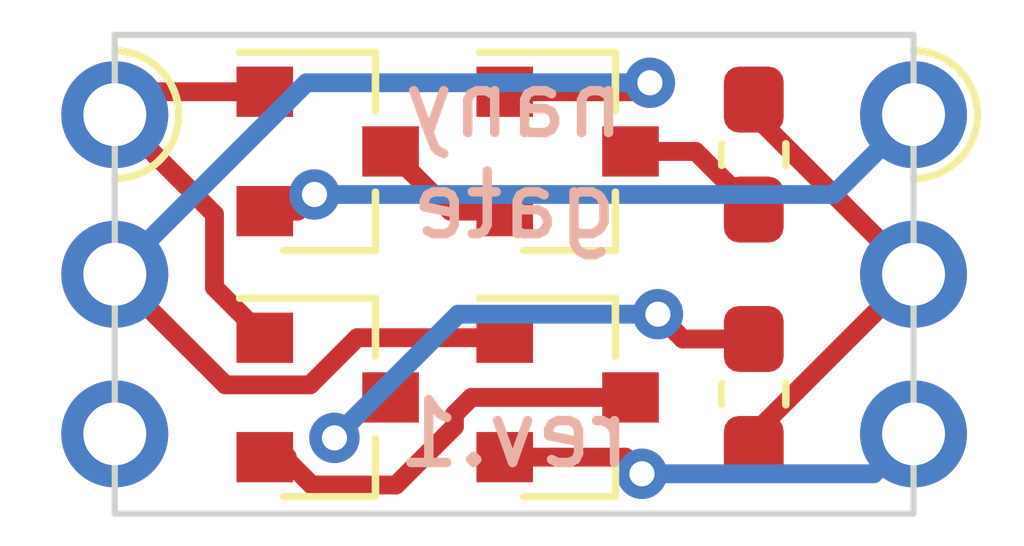
<source format=kicad_pcb>
(kicad_pcb (version 20171130) (host pcbnew 5.1.6)

  (general
    (thickness 1.6)
    (drawings 6)
    (tracks 53)
    (zones 0)
    (modules 8)
    (nets 11)
  )

  (page A4)
  (layers
    (0 F.Cu signal)
    (31 B.Cu signal)
    (32 B.Adhes user)
    (33 F.Adhes user)
    (34 B.Paste user)
    (35 F.Paste user)
    (36 B.SilkS user)
    (37 F.SilkS user)
    (38 B.Mask user)
    (39 F.Mask user)
    (40 Dwgs.User user)
    (41 Cmts.User user)
    (42 Eco1.User user)
    (43 Eco2.User user)
    (44 Edge.Cuts user)
    (45 Margin user)
    (46 B.CrtYd user hide)
    (47 F.CrtYd user)
    (48 B.Fab user)
    (49 F.Fab user hide)
  )

  (setup
    (last_trace_width 0.3)
    (user_trace_width 0.3)
    (trace_clearance 0.2)
    (zone_clearance 0.508)
    (zone_45_only no)
    (trace_min 0.2)
    (via_size 0.8)
    (via_drill 0.4)
    (via_min_size 0.4)
    (via_min_drill 0.3)
    (uvia_size 0.3)
    (uvia_drill 0.1)
    (uvias_allowed no)
    (uvia_min_size 0.2)
    (uvia_min_drill 0.1)
    (edge_width 0.05)
    (segment_width 0.2)
    (pcb_text_width 0.3)
    (pcb_text_size 1.5 1.5)
    (mod_edge_width 0.12)
    (mod_text_size 1 1)
    (mod_text_width 0.15)
    (pad_size 1.524 1.524)
    (pad_drill 0.762)
    (pad_to_mask_clearance 0.05)
    (aux_axis_origin 0 0)
    (visible_elements FFFFFF7F)
    (pcbplotparams
      (layerselection 0x010fc_ffffffff)
      (usegerberextensions false)
      (usegerberattributes true)
      (usegerberadvancedattributes true)
      (creategerberjobfile true)
      (excludeedgelayer true)
      (linewidth 0.100000)
      (plotframeref false)
      (viasonmask false)
      (mode 1)
      (useauxorigin false)
      (hpglpennumber 1)
      (hpglpenspeed 20)
      (hpglpendiameter 15.000000)
      (psnegative false)
      (psa4output false)
      (plotreference true)
      (plotvalue true)
      (plotinvisibletext false)
      (padsonsilk false)
      (subtractmaskfromsilk false)
      (outputformat 1)
      (mirror false)
      (drillshape 0)
      (scaleselection 1)
      (outputdirectory ""))
  )

  (net 0 "")
  (net 1 Vss)
  (net 2 Out)
  (net 3 B)
  (net 4 Vdd)
  (net 5 A)
  (net 6 "Net-(Q3-Pad3)")
  (net 7 "Net-(Q3-Pad2)")
  (net 8 "Net-(J1-Pad3)")
  (net 9 "Net-(Q1-Pad3)")
  (net 10 "Net-(Q2-Pad3)")

  (net_class Default "This is the default net class."
    (clearance 0.2)
    (trace_width 0.25)
    (via_dia 0.8)
    (via_drill 0.4)
    (uvia_dia 0.3)
    (uvia_drill 0.1)
    (add_net A)
    (add_net B)
    (add_net "Net-(J1-Pad3)")
    (add_net "Net-(Q1-Pad3)")
    (add_net "Net-(Q2-Pad3)")
    (add_net "Net-(Q3-Pad2)")
    (add_net "Net-(Q3-Pad3)")
    (add_net Out)
    (add_net Vdd)
    (add_net Vss)
  )

  (module Package_TO_SOT_SMD:SOT-23 (layer F.Cu) (tedit 5A02FF57) (tstamp 5FE25C6E)
    (at 101.81 50.75)
    (descr "SOT-23, Standard")
    (tags SOT-23)
    (path /5FDEED31)
    (attr smd)
    (fp_text reference Q1 (at 0 -2.5) (layer F.SilkS) hide
      (effects (font (size 1 1) (thickness 0.15)))
    )
    (fp_text value BSS84 (at 0 2.5) (layer F.Fab)
      (effects (font (size 1 1) (thickness 0.15)))
    )
    (fp_line (start 0.76 1.58) (end -0.7 1.58) (layer F.SilkS) (width 0.12))
    (fp_line (start 0.76 -1.58) (end -1.4 -1.58) (layer F.SilkS) (width 0.12))
    (fp_line (start -1.7 1.75) (end -1.7 -1.75) (layer F.CrtYd) (width 0.05))
    (fp_line (start 1.7 1.75) (end -1.7 1.75) (layer F.CrtYd) (width 0.05))
    (fp_line (start 1.7 -1.75) (end 1.7 1.75) (layer F.CrtYd) (width 0.05))
    (fp_line (start -1.7 -1.75) (end 1.7 -1.75) (layer F.CrtYd) (width 0.05))
    (fp_line (start 0.76 -1.58) (end 0.76 -0.65) (layer F.SilkS) (width 0.12))
    (fp_line (start 0.76 1.58) (end 0.76 0.65) (layer F.SilkS) (width 0.12))
    (fp_line (start -0.7 1.52) (end 0.7 1.52) (layer F.Fab) (width 0.1))
    (fp_line (start 0.7 -1.52) (end 0.7 1.52) (layer F.Fab) (width 0.1))
    (fp_line (start -0.7 -0.95) (end -0.15 -1.52) (layer F.Fab) (width 0.1))
    (fp_line (start -0.15 -1.52) (end 0.7 -1.52) (layer F.Fab) (width 0.1))
    (fp_line (start -0.7 -0.95) (end -0.7 1.5) (layer F.Fab) (width 0.1))
    (fp_text user %R (at 0 0 90) (layer F.Fab)
      (effects (font (size 0.5 0.5) (thickness 0.075)))
    )
    (pad 3 smd rect (at 1 0) (size 0.9 0.8) (layers F.Cu F.Paste F.Mask)
      (net 9 "Net-(Q1-Pad3)"))
    (pad 2 smd rect (at -1 0.95) (size 0.9 0.8) (layers F.Cu F.Paste F.Mask)
      (net 4 Vdd))
    (pad 1 smd rect (at -1 -0.95) (size 0.9 0.8) (layers F.Cu F.Paste F.Mask)
      (net 5 A))
    (model ${KISYS3DMOD}/Package_TO_SOT_SMD.3dshapes/SOT-23.wrl
      (at (xyz 0 0 0))
      (scale (xyz 1 1 1))
      (rotate (xyz 0 0 0))
    )
  )

  (module Resistor_SMD:R_0603_1608Metric_Pad1.05x0.95mm_HandSolder (layer F.Cu) (tedit 5B301BBD) (tstamp 5FE25CCF)
    (at 108.585 54.61 90)
    (descr "Resistor SMD 0603 (1608 Metric), square (rectangular) end terminal, IPC_7351 nominal with elongated pad for handsoldering. (Body size source: http://www.tortai-tech.com/upload/download/2011102023233369053.pdf), generated with kicad-footprint-generator")
    (tags "resistor handsolder")
    (path /5FDF3BDC)
    (attr smd)
    (fp_text reference R2 (at 0 -1.43 90) (layer F.SilkS) hide
      (effects (font (size 1 1) (thickness 0.15)))
    )
    (fp_text value 12k (at 0 1.43 90) (layer F.Fab)
      (effects (font (size 1 1) (thickness 0.15)))
    )
    (fp_line (start 1.65 0.73) (end -1.65 0.73) (layer F.CrtYd) (width 0.05))
    (fp_line (start 1.65 -0.73) (end 1.65 0.73) (layer F.CrtYd) (width 0.05))
    (fp_line (start -1.65 -0.73) (end 1.65 -0.73) (layer F.CrtYd) (width 0.05))
    (fp_line (start -1.65 0.73) (end -1.65 -0.73) (layer F.CrtYd) (width 0.05))
    (fp_line (start -0.171267 0.51) (end 0.171267 0.51) (layer F.SilkS) (width 0.12))
    (fp_line (start -0.171267 -0.51) (end 0.171267 -0.51) (layer F.SilkS) (width 0.12))
    (fp_line (start 0.8 0.4) (end -0.8 0.4) (layer F.Fab) (width 0.1))
    (fp_line (start 0.8 -0.4) (end 0.8 0.4) (layer F.Fab) (width 0.1))
    (fp_line (start -0.8 -0.4) (end 0.8 -0.4) (layer F.Fab) (width 0.1))
    (fp_line (start -0.8 0.4) (end -0.8 -0.4) (layer F.Fab) (width 0.1))
    (fp_text user %R (at 0 0 90) (layer F.Fab)
      (effects (font (size 0.4 0.4) (thickness 0.06)))
    )
    (pad 2 smd roundrect (at 0.875 0 90) (size 1.05 0.95) (layers F.Cu F.Paste F.Mask) (roundrect_rratio 0.25)
      (net 6 "Net-(Q3-Pad3)"))
    (pad 1 smd roundrect (at -0.875 0 90) (size 1.05 0.95) (layers F.Cu F.Paste F.Mask) (roundrect_rratio 0.25)
      (net 2 Out))
    (model ${KISYS3DMOD}/Resistor_SMD.3dshapes/R_0603_1608Metric.wrl
      (at (xyz 0 0 0))
      (scale (xyz 1 1 1))
      (rotate (xyz 0 0 0))
    )
  )

  (module Resistor_SMD:R_0603_1608Metric_Pad1.05x0.95mm_HandSolder (layer F.Cu) (tedit 5B301BBD) (tstamp 5FE25CBE)
    (at 108.585 50.8 90)
    (descr "Resistor SMD 0603 (1608 Metric), square (rectangular) end terminal, IPC_7351 nominal with elongated pad for handsoldering. (Body size source: http://www.tortai-tech.com/upload/download/2011102023233369053.pdf), generated with kicad-footprint-generator")
    (tags "resistor handsolder")
    (path /5FDF21BA)
    (attr smd)
    (fp_text reference R1 (at 0 -1.43 90) (layer F.SilkS) hide
      (effects (font (size 1 1) (thickness 0.15)))
    )
    (fp_text value 12k (at 0 1.43 90) (layer F.Fab)
      (effects (font (size 1 1) (thickness 0.15)))
    )
    (fp_line (start 1.65 0.73) (end -1.65 0.73) (layer F.CrtYd) (width 0.05))
    (fp_line (start 1.65 -0.73) (end 1.65 0.73) (layer F.CrtYd) (width 0.05))
    (fp_line (start -1.65 -0.73) (end 1.65 -0.73) (layer F.CrtYd) (width 0.05))
    (fp_line (start -1.65 0.73) (end -1.65 -0.73) (layer F.CrtYd) (width 0.05))
    (fp_line (start -0.171267 0.51) (end 0.171267 0.51) (layer F.SilkS) (width 0.12))
    (fp_line (start -0.171267 -0.51) (end 0.171267 -0.51) (layer F.SilkS) (width 0.12))
    (fp_line (start 0.8 0.4) (end -0.8 0.4) (layer F.Fab) (width 0.1))
    (fp_line (start 0.8 -0.4) (end 0.8 0.4) (layer F.Fab) (width 0.1))
    (fp_line (start -0.8 -0.4) (end 0.8 -0.4) (layer F.Fab) (width 0.1))
    (fp_line (start -0.8 0.4) (end -0.8 -0.4) (layer F.Fab) (width 0.1))
    (fp_text user %R (at 0 0 90) (layer F.Fab)
      (effects (font (size 0.4 0.4) (thickness 0.06)))
    )
    (pad 2 smd roundrect (at 0.875 0 90) (size 1.05 0.95) (layers F.Cu F.Paste F.Mask) (roundrect_rratio 0.25)
      (net 2 Out))
    (pad 1 smd roundrect (at -0.875 0 90) (size 1.05 0.95) (layers F.Cu F.Paste F.Mask) (roundrect_rratio 0.25)
      (net 10 "Net-(Q2-Pad3)"))
    (model ${KISYS3DMOD}/Resistor_SMD.3dshapes/R_0603_1608Metric.wrl
      (at (xyz 0 0 0))
      (scale (xyz 1 1 1))
      (rotate (xyz 0 0 0))
    )
  )

  (module Package_TO_SOT_SMD:SOT-23 (layer F.Cu) (tedit 5A02FF57) (tstamp 5FE25CAD)
    (at 105.625 54.665)
    (descr "SOT-23, Standard")
    (tags SOT-23)
    (path /5FDF9392)
    (attr smd)
    (fp_text reference Q4 (at 0 -2.5) (layer F.SilkS) hide
      (effects (font (size 1 1) (thickness 0.15)))
    )
    (fp_text value 2N7002 (at 0 2.5) (layer F.Fab)
      (effects (font (size 1 1) (thickness 0.15)))
    )
    (fp_line (start -0.7 -0.95) (end -0.7 1.5) (layer F.Fab) (width 0.1))
    (fp_line (start -0.15 -1.52) (end 0.7 -1.52) (layer F.Fab) (width 0.1))
    (fp_line (start -0.7 -0.95) (end -0.15 -1.52) (layer F.Fab) (width 0.1))
    (fp_line (start 0.7 -1.52) (end 0.7 1.52) (layer F.Fab) (width 0.1))
    (fp_line (start -0.7 1.52) (end 0.7 1.52) (layer F.Fab) (width 0.1))
    (fp_line (start 0.76 1.58) (end 0.76 0.65) (layer F.SilkS) (width 0.12))
    (fp_line (start 0.76 -1.58) (end 0.76 -0.65) (layer F.SilkS) (width 0.12))
    (fp_line (start -1.7 -1.75) (end 1.7 -1.75) (layer F.CrtYd) (width 0.05))
    (fp_line (start 1.7 -1.75) (end 1.7 1.75) (layer F.CrtYd) (width 0.05))
    (fp_line (start 1.7 1.75) (end -1.7 1.75) (layer F.CrtYd) (width 0.05))
    (fp_line (start -1.7 1.75) (end -1.7 -1.75) (layer F.CrtYd) (width 0.05))
    (fp_line (start 0.76 -1.58) (end -1.4 -1.58) (layer F.SilkS) (width 0.12))
    (fp_line (start 0.76 1.58) (end -0.7 1.58) (layer F.SilkS) (width 0.12))
    (fp_text user %R (at 0 0 90) (layer F.Fab)
      (effects (font (size 0.5 0.5) (thickness 0.075)))
    )
    (pad 1 smd rect (at -1 -0.95) (size 0.9 0.8) (layers F.Cu F.Paste F.Mask)
      (net 3 B))
    (pad 2 smd rect (at -1 0.95) (size 0.9 0.8) (layers F.Cu F.Paste F.Mask)
      (net 1 Vss))
    (pad 3 smd rect (at 1 0) (size 0.9 0.8) (layers F.Cu F.Paste F.Mask)
      (net 7 "Net-(Q3-Pad2)"))
    (model ${KISYS3DMOD}/Package_TO_SOT_SMD.3dshapes/SOT-23.wrl
      (at (xyz 0 0 0))
      (scale (xyz 1 1 1))
      (rotate (xyz 0 0 0))
    )
  )

  (module Package_TO_SOT_SMD:SOT-23 (layer F.Cu) (tedit 5A02FF57) (tstamp 5FE25C98)
    (at 101.81 54.665)
    (descr "SOT-23, Standard")
    (tags SOT-23)
    (path /5FDF3E31)
    (attr smd)
    (fp_text reference Q3 (at 0 -2.5) (layer F.SilkS) hide
      (effects (font (size 1 1) (thickness 0.15)))
    )
    (fp_text value 2N7002 (at 0 2.5) (layer F.Fab)
      (effects (font (size 1 1) (thickness 0.15)))
    )
    (fp_line (start 0.76 1.58) (end -0.7 1.58) (layer F.SilkS) (width 0.12))
    (fp_line (start 0.76 -1.58) (end -1.4 -1.58) (layer F.SilkS) (width 0.12))
    (fp_line (start -1.7 1.75) (end -1.7 -1.75) (layer F.CrtYd) (width 0.05))
    (fp_line (start 1.7 1.75) (end -1.7 1.75) (layer F.CrtYd) (width 0.05))
    (fp_line (start 1.7 -1.75) (end 1.7 1.75) (layer F.CrtYd) (width 0.05))
    (fp_line (start -1.7 -1.75) (end 1.7 -1.75) (layer F.CrtYd) (width 0.05))
    (fp_line (start 0.76 -1.58) (end 0.76 -0.65) (layer F.SilkS) (width 0.12))
    (fp_line (start 0.76 1.58) (end 0.76 0.65) (layer F.SilkS) (width 0.12))
    (fp_line (start -0.7 1.52) (end 0.7 1.52) (layer F.Fab) (width 0.1))
    (fp_line (start 0.7 -1.52) (end 0.7 1.52) (layer F.Fab) (width 0.1))
    (fp_line (start -0.7 -0.95) (end -0.15 -1.52) (layer F.Fab) (width 0.1))
    (fp_line (start -0.15 -1.52) (end 0.7 -1.52) (layer F.Fab) (width 0.1))
    (fp_line (start -0.7 -0.95) (end -0.7 1.5) (layer F.Fab) (width 0.1))
    (fp_text user %R (at 0 0 90) (layer F.Fab)
      (effects (font (size 0.5 0.5) (thickness 0.075)))
    )
    (pad 3 smd rect (at 1 0) (size 0.9 0.8) (layers F.Cu F.Paste F.Mask)
      (net 6 "Net-(Q3-Pad3)"))
    (pad 2 smd rect (at -1 0.95) (size 0.9 0.8) (layers F.Cu F.Paste F.Mask)
      (net 7 "Net-(Q3-Pad2)"))
    (pad 1 smd rect (at -1 -0.95) (size 0.9 0.8) (layers F.Cu F.Paste F.Mask)
      (net 5 A))
    (model ${KISYS3DMOD}/Package_TO_SOT_SMD.3dshapes/SOT-23.wrl
      (at (xyz 0 0 0))
      (scale (xyz 1 1 1))
      (rotate (xyz 0 0 0))
    )
  )

  (module Package_TO_SOT_SMD:SOT-23 (layer F.Cu) (tedit 5A02FF57) (tstamp 5FE25C83)
    (at 105.625 50.75)
    (descr "SOT-23, Standard")
    (tags SOT-23)
    (path /5FDEF878)
    (attr smd)
    (fp_text reference Q2 (at 0 -2.5) (layer F.SilkS) hide
      (effects (font (size 1 1) (thickness 0.15)))
    )
    (fp_text value BSS84 (at 0 2.5) (layer F.Fab)
      (effects (font (size 1 1) (thickness 0.15)))
    )
    (fp_line (start -0.7 -0.95) (end -0.7 1.5) (layer F.Fab) (width 0.1))
    (fp_line (start -0.15 -1.52) (end 0.7 -1.52) (layer F.Fab) (width 0.1))
    (fp_line (start -0.7 -0.95) (end -0.15 -1.52) (layer F.Fab) (width 0.1))
    (fp_line (start 0.7 -1.52) (end 0.7 1.52) (layer F.Fab) (width 0.1))
    (fp_line (start -0.7 1.52) (end 0.7 1.52) (layer F.Fab) (width 0.1))
    (fp_line (start 0.76 1.58) (end 0.76 0.65) (layer F.SilkS) (width 0.12))
    (fp_line (start 0.76 -1.58) (end 0.76 -0.65) (layer F.SilkS) (width 0.12))
    (fp_line (start -1.7 -1.75) (end 1.7 -1.75) (layer F.CrtYd) (width 0.05))
    (fp_line (start 1.7 -1.75) (end 1.7 1.75) (layer F.CrtYd) (width 0.05))
    (fp_line (start 1.7 1.75) (end -1.7 1.75) (layer F.CrtYd) (width 0.05))
    (fp_line (start -1.7 1.75) (end -1.7 -1.75) (layer F.CrtYd) (width 0.05))
    (fp_line (start 0.76 -1.58) (end -1.4 -1.58) (layer F.SilkS) (width 0.12))
    (fp_line (start 0.76 1.58) (end -0.7 1.58) (layer F.SilkS) (width 0.12))
    (fp_text user %R (at 0 0 90) (layer F.Fab)
      (effects (font (size 0.5 0.5) (thickness 0.075)))
    )
    (pad 1 smd rect (at -1 -0.95) (size 0.9 0.8) (layers F.Cu F.Paste F.Mask)
      (net 3 B))
    (pad 2 smd rect (at -1 0.95) (size 0.9 0.8) (layers F.Cu F.Paste F.Mask)
      (net 9 "Net-(Q1-Pad3)"))
    (pad 3 smd rect (at 1 0) (size 0.9 0.8) (layers F.Cu F.Paste F.Mask)
      (net 10 "Net-(Q2-Pad3)"))
    (model ${KISYS3DMOD}/Package_TO_SOT_SMD.3dshapes/SOT-23.wrl
      (at (xyz 0 0 0))
      (scale (xyz 1 1 1))
      (rotate (xyz 0 0 0))
    )
  )

  (module Castellation:Edge_Castellation_1x03_P2.54 (layer F.Cu) (tedit 5FE23D9F) (tstamp 5FE25C59)
    (at 111.125 50.165)
    (descr "Edge Castellation, 1x03, 2.54mm pitch, single row")
    (tags "Castellation Edge 1x03 2.54mm single row")
    (path /5FE33D7E)
    (fp_text reference J2 (at 0 -2.54) (layer F.SilkS) hide
      (effects (font (size 1 1) (thickness 0.15)))
    )
    (fp_text value Conn_01x03 (at 0 7.85) (layer F.Fab)
      (effects (font (size 1 1) (thickness 0.15)))
    )
    (fp_line (start -1.27 -1.27) (end 0.635 -1.27) (layer F.Fab) (width 0.1))
    (fp_line (start 0.635 -1.27) (end 1.27 -0.635) (layer F.Fab) (width 0.1))
    (fp_line (start 1.27 -0.635) (end 1.27 6.35) (layer F.Fab) (width 0.1))
    (fp_line (start 1.27 6.35) (end -1.27 6.35) (layer F.Fab) (width 0.1))
    (fp_line (start -1.27 6.35) (end -1.27 -1.27) (layer F.Fab) (width 0.1))
    (fp_line (start -1.8 -1.8) (end 1.75 -1.8) (layer F.CrtYd) (width 0.05))
    (fp_line (start 1.75 -1.8) (end 1.75 6.85) (layer F.CrtYd) (width 0.05))
    (fp_line (start 1.75 6.85) (end -1.8 6.85) (layer F.CrtYd) (width 0.05))
    (fp_line (start -1.8 6.85) (end -1.8 -1.8) (layer F.CrtYd) (width 0.05))
    (fp_text user %R (at 0 2.54 90) (layer F.Fab)
      (effects (font (size 1 1) (thickness 0.15)))
    )
    (fp_arc (start 0 0) (end 0 1.016) (angle -180) (layer F.SilkS) (width 0.12))
    (pad 1 thru_hole oval (at 0 0) (size 1.7 1.7) (drill 1) (layers *.Cu *.Mask)
      (net 4 Vdd))
    (pad 2 thru_hole oval (at 0 2.54) (size 1.7 1.7) (drill 1) (layers *.Cu *.Mask)
      (net 2 Out))
    (pad 3 thru_hole oval (at 0 5.08) (size 1.7 1.7) (drill 1) (layers *.Cu *.Mask)
      (net 1 Vss))
  )

  (module Castellation:Edge_Castellation_1x03_P2.54 (layer F.Cu) (tedit 5FE23D9F) (tstamp 5FE25C47)
    (at 98.425 50.165)
    (descr "Edge Castellation, 1x03, 2.54mm pitch, single row")
    (tags "Castellation Edge 1x03 2.54mm single row")
    (path /5FE32560)
    (fp_text reference J1 (at 0 -2.54) (layer F.SilkS) hide
      (effects (font (size 1 1) (thickness 0.15)))
    )
    (fp_text value Conn_01x03 (at 0 7.85) (layer F.Fab)
      (effects (font (size 1 1) (thickness 0.15)))
    )
    (fp_line (start -1.27 -1.27) (end 0.635 -1.27) (layer F.Fab) (width 0.1))
    (fp_line (start 0.635 -1.27) (end 1.27 -0.635) (layer F.Fab) (width 0.1))
    (fp_line (start 1.27 -0.635) (end 1.27 6.35) (layer F.Fab) (width 0.1))
    (fp_line (start 1.27 6.35) (end -1.27 6.35) (layer F.Fab) (width 0.1))
    (fp_line (start -1.27 6.35) (end -1.27 -1.27) (layer F.Fab) (width 0.1))
    (fp_line (start -1.8 -1.8) (end 1.75 -1.8) (layer F.CrtYd) (width 0.05))
    (fp_line (start 1.75 -1.8) (end 1.75 6.85) (layer F.CrtYd) (width 0.05))
    (fp_line (start 1.75 6.85) (end -1.8 6.85) (layer F.CrtYd) (width 0.05))
    (fp_line (start -1.8 6.85) (end -1.8 -1.8) (layer F.CrtYd) (width 0.05))
    (fp_text user %R (at 0 2.54 90) (layer F.Fab)
      (effects (font (size 1 1) (thickness 0.15)))
    )
    (fp_arc (start 0 0) (end 0 1.016) (angle -180) (layer F.SilkS) (width 0.12))
    (pad 1 thru_hole oval (at 0 0) (size 1.7 1.7) (drill 1) (layers *.Cu *.Mask)
      (net 5 A))
    (pad 2 thru_hole oval (at 0 2.54) (size 1.7 1.7) (drill 1) (layers *.Cu *.Mask)
      (net 3 B))
    (pad 3 thru_hole oval (at 0 5.08) (size 1.7 1.7) (drill 1) (layers *.Cu *.Mask)
      (net 8 "Net-(J1-Pad3)"))
  )

  (gr_text rev.1 (at 104.775 55.245) (layer B.SilkS)
    (effects (font (size 1 1) (thickness 0.15)) (justify mirror))
  )
  (gr_text "nany\ngate" (at 104.775 50.8) (layer B.SilkS)
    (effects (font (size 1 1) (thickness 0.15)) (justify mirror))
  )
  (gr_line (start 111.125 48.895) (end 111.125 56.515) (layer Edge.Cuts) (width 0.1))
  (gr_line (start 98.425 48.895) (end 111.125 48.895) (layer Edge.Cuts) (width 0.1))
  (gr_line (start 98.425 56.515) (end 98.425 48.895) (layer Edge.Cuts) (width 0.1))
  (gr_line (start 111.125 56.515) (end 98.425 56.515) (layer Edge.Cuts) (width 0.1))

  (segment (start 104.625 55.615) (end 106.542 55.615) (width 0.3) (layer F.Cu) (net 1))
  (segment (start 106.542 55.615) (end 106.807 55.88) (width 0.3) (layer F.Cu) (net 1))
  (segment (start 106.807 55.88) (end 106.807 55.88) (width 0.3) (layer F.Cu) (net 1) (tstamp 5FE2641C))
  (via (at 106.807 55.88) (size 0.8) (drill 0.4) (layers F.Cu B.Cu) (net 1))
  (segment (start 110.49 55.88) (end 111.125 55.245) (width 0.3) (layer B.Cu) (net 1))
  (segment (start 106.807 55.88) (end 110.49 55.88) (width 0.3) (layer B.Cu) (net 1))
  (segment (start 108.585 50.165) (end 111.125 52.705) (width 0.3) (layer F.Cu) (net 2))
  (segment (start 108.585 49.925) (end 108.585 50.165) (width 0.3) (layer F.Cu) (net 2))
  (segment (start 108.585 55.245) (end 111.125 52.705) (width 0.3) (layer F.Cu) (net 2))
  (segment (start 108.585 55.485) (end 108.585 55.245) (width 0.3) (layer F.Cu) (net 2))
  (segment (start 100.185001 54.465001) (end 98.425 52.705) (width 0.3) (layer F.Cu) (net 3))
  (segment (start 101.529997 54.465001) (end 100.185001 54.465001) (width 0.3) (layer F.Cu) (net 3))
  (segment (start 102.279998 53.715) (end 101.529997 54.465001) (width 0.3) (layer F.Cu) (net 3))
  (segment (start 104.625 53.715) (end 102.279998 53.715) (width 0.3) (layer F.Cu) (net 3))
  (segment (start 104.625 49.8) (end 106.791 49.8) (width 0.3) (layer F.Cu) (net 3))
  (segment (start 106.791 49.8) (end 106.934 49.657) (width 0.3) (layer F.Cu) (net 3))
  (segment (start 106.934 49.657) (end 106.934 49.657) (width 0.3) (layer F.Cu) (net 3) (tstamp 5FE26463))
  (via (at 106.934 49.657) (size 0.8) (drill 0.4) (layers F.Cu B.Cu) (net 3))
  (segment (start 101.473 49.657) (end 98.425 52.705) (width 0.3) (layer B.Cu) (net 3))
  (segment (start 106.934 49.657) (end 101.473 49.657) (width 0.3) (layer B.Cu) (net 3))
  (segment (start 100.81 51.7) (end 101.335 51.7) (width 0.3) (layer F.Cu) (net 4))
  (segment (start 101.335 51.7) (end 101.6 51.435) (width 0.3) (layer F.Cu) (net 4))
  (segment (start 101.6 51.435) (end 101.6 51.435) (width 0.3) (layer F.Cu) (net 4) (tstamp 5FF9F39E))
  (via (at 101.6 51.435) (size 0.8) (drill 0.4) (layers F.Cu B.Cu) (net 4))
  (segment (start 109.855 51.435) (end 110.72499 50.56501) (width 0.3) (layer B.Cu) (net 4))
  (segment (start 101.6 51.435) (end 109.855 51.435) (width 0.3) (layer B.Cu) (net 4))
  (segment (start 98.79 49.8) (end 98.425 50.165) (width 0.3) (layer F.Cu) (net 5))
  (segment (start 100.81 49.8) (end 98.79 49.8) (width 0.3) (layer F.Cu) (net 5))
  (segment (start 100.009999 52.914999) (end 100.009999 51.749999) (width 0.3) (layer F.Cu) (net 5))
  (segment (start 100.009999 51.749999) (end 98.425 50.165) (width 0.3) (layer F.Cu) (net 5))
  (segment (start 100.81 53.715) (end 100.009999 52.914999) (width 0.3) (layer F.Cu) (net 5))
  (segment (start 102.81 54.665) (end 102.561 54.665) (width 0.3) (layer F.Cu) (net 6))
  (segment (start 102.561 54.665) (end 101.9175 55.3085) (width 0.3) (layer F.Cu) (net 6))
  (segment (start 101.9175 55.3085) (end 101.854 55.372) (width 0.3) (layer F.Cu) (net 6) (tstamp 5FE263EA))
  (via (at 101.9175 55.3085) (size 0.8) (drill 0.4) (layers F.Cu B.Cu) (net 6))
  (segment (start 108.585 53.735) (end 107.456 53.735) (width 0.3) (layer F.Cu) (net 6))
  (segment (start 107.456 53.735) (end 107.061 53.34) (width 0.3) (layer F.Cu) (net 6))
  (segment (start 107.061 53.34) (end 107.061 53.34) (width 0.3) (layer F.Cu) (net 6) (tstamp 5FE264E9))
  (via (at 107.061 53.34) (size 0.8) (drill 0.4) (layers F.Cu B.Cu) (net 6))
  (segment (start 103.886 53.34) (end 101.9175 55.3085) (width 0.3) (layer B.Cu) (net 6))
  (segment (start 107.061 53.34) (end 103.886 53.34) (width 0.3) (layer B.Cu) (net 6))
  (segment (start 103.824999 54.934999) (end 104.094998 54.665) (width 0.3) (layer F.Cu) (net 7))
  (segment (start 100.81 55.615) (end 101.167499 55.615) (width 0.3) (layer F.Cu) (net 7))
  (segment (start 101.167499 55.615) (end 101.167499 55.668501) (width 0.3) (layer F.Cu) (net 7))
  (segment (start 101.167499 55.668501) (end 101.557499 56.058501) (width 0.3) (layer F.Cu) (net 7))
  (segment (start 104.094998 54.665) (end 106.625 54.665) (width 0.3) (layer F.Cu) (net 7))
  (segment (start 103.824999 55.130003) (end 103.824999 54.934999) (width 0.3) (layer F.Cu) (net 7))
  (segment (start 102.896501 56.058501) (end 103.824999 55.130003) (width 0.3) (layer F.Cu) (net 7))
  (segment (start 101.557499 56.058501) (end 102.896501 56.058501) (width 0.3) (layer F.Cu) (net 7))
  (segment (start 103.76 51.7) (end 102.81 50.75) (width 0.3) (layer F.Cu) (net 9))
  (segment (start 104.625 51.7) (end 103.76 51.7) (width 0.3) (layer F.Cu) (net 9))
  (segment (start 107.66 50.75) (end 108.585 51.675) (width 0.3) (layer F.Cu) (net 10))
  (segment (start 106.625 50.75) (end 107.66 50.75) (width 0.3) (layer F.Cu) (net 10))

)

</source>
